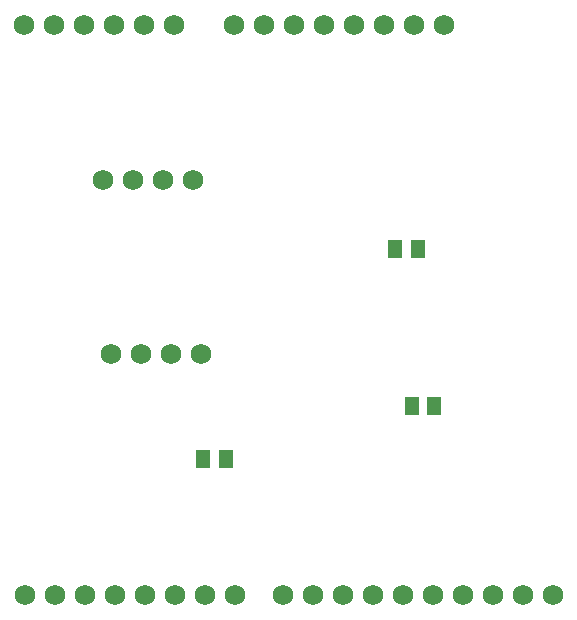
<source format=gts>
G04 Layer: TopSolderMaskLayer*
G04 EasyEDA v6.5.14, 2022-08-24 20:25:52*
G04 37d94133e9fb4008a465715c89777dd1,10*
G04 Gerber Generator version 0.2*
G04 Scale: 100 percent, Rotated: No, Reflected: No *
G04 Dimensions in millimeters *
G04 leading zeros omitted , absolute positions ,4 integer and 5 decimal *
%FSLAX45Y45*%
%MOMM*%

%AMMACRO1*1,1,$1,$2,$3*1,1,$1,$4,$5*1,1,$1,0-$2,0-$3*1,1,$1,0-$4,0-$5*20,1,$1,$2,$3,$4,$5,0*20,1,$1,$4,$5,0-$2,0-$3,0*20,1,$1,0-$2,0-$3,0-$4,0-$5,0*20,1,$1,0-$4,0-$5,$2,$3,0*4,1,4,$2,$3,$4,$5,0-$2,0-$3,0-$4,0-$5,$2,$3,0*%
%ADD10MACRO1,0.1016X-0.5663X-0.6885X-0.5663X0.6885*%
%ADD11MACRO1,0.1016X0.5663X-0.6885X0.5663X0.6885*%
%ADD12C,1.7272*%

%LPD*%
D10*
G01*
X8275426Y6578600D03*
D11*
G01*
X8082173Y6578600D03*
D10*
G01*
X9901026Y8356600D03*
D11*
G01*
X9707773Y8356600D03*
D10*
G01*
X10040726Y7023100D03*
D11*
G01*
X9847473Y7023100D03*
D12*
G01*
X7835900Y10248900D03*
G01*
X7581900Y10248900D03*
G01*
X7327900Y10248900D03*
G01*
X7073900Y10248900D03*
G01*
X6819900Y10248900D03*
G01*
X6565900Y10248900D03*
G01*
X10121900Y10248900D03*
G01*
X9867900Y10248900D03*
G01*
X9613900Y10248900D03*
G01*
X9359900Y10248900D03*
G01*
X9105900Y10248900D03*
G01*
X8851900Y10248900D03*
G01*
X8597900Y10248900D03*
G01*
X8343900Y10248900D03*
G01*
X8356600Y5422900D03*
G01*
X8102600Y5422900D03*
G01*
X7848600Y5422900D03*
G01*
X7594600Y5422900D03*
G01*
X7340600Y5422900D03*
G01*
X7086600Y5422900D03*
G01*
X6832600Y5422900D03*
G01*
X6578600Y5422900D03*
G01*
X11049000Y5422900D03*
G01*
X10795000Y5422900D03*
G01*
X10541000Y5422900D03*
G01*
X10287000Y5422900D03*
G01*
X10033000Y5422900D03*
G01*
X9779000Y5422900D03*
G01*
X9525000Y5422900D03*
G01*
X9271000Y5422900D03*
G01*
X9017000Y5422900D03*
G01*
X8763000Y5422900D03*
G01*
X8001000Y8940800D03*
G01*
X7747000Y8940800D03*
G01*
X7493000Y8940800D03*
G01*
X7239000Y8940800D03*
G01*
X8064500Y7467600D03*
G01*
X7810500Y7467600D03*
G01*
X7556500Y7467600D03*
G01*
X7302500Y7467600D03*
M02*

</source>
